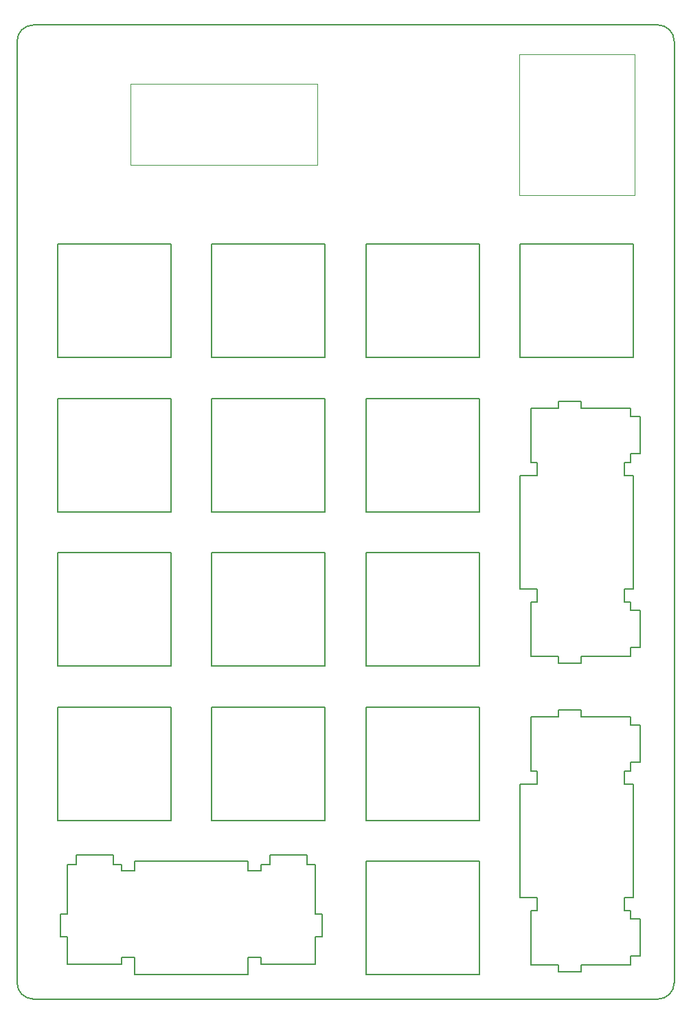
<source format=gbr>
%TF.GenerationSoftware,KiCad,Pcbnew,(5.1.10)-1*%
%TF.CreationDate,2021-11-24T22:45:44-06:00*%
%TF.ProjectId,PyKey18,50794b65-7931-4382-9e6b-696361645f70,1.0*%
%TF.SameCoordinates,Original*%
%TF.FileFunction,Profile,NP*%
%FSLAX46Y46*%
G04 Gerber Fmt 4.6, Leading zero omitted, Abs format (unit mm)*
G04 Created by KiCad (PCBNEW (5.1.10)-1) date 2021-11-24 22:45:44*
%MOMM*%
%LPD*%
G01*
G04 APERTURE LIST*
%TA.AperFunction,Profile*%
%ADD10C,0.050000*%
%TD*%
%TA.AperFunction,Profile*%
%ADD11C,0.150000*%
%TD*%
G04 APERTURE END LIST*
D10*
X64000000Y-57230000D02*
X64000000Y-67230000D01*
X64000000Y-67230000D02*
X87000000Y-67230000D01*
X87000000Y-57230000D02*
X87000000Y-67230000D01*
X64000000Y-57230000D02*
X87000000Y-57230000D01*
D11*
X87985000Y-77015000D02*
X87985000Y-90985000D01*
X113310400Y-159110600D02*
X113310400Y-165765400D01*
X114123200Y-159110600D02*
X113310400Y-159110600D01*
X114123200Y-157485000D02*
X114123200Y-159110600D01*
X112015000Y-157485000D02*
X114123200Y-157485000D01*
X112015000Y-143515000D02*
X112015000Y-157485000D01*
X114123200Y-143515000D02*
X112015000Y-143515000D01*
X114123200Y-141889400D02*
X114123200Y-143515000D01*
X113310400Y-141889400D02*
X114123200Y-141889400D01*
X113310400Y-135234600D02*
X113310400Y-141889400D01*
X116714000Y-135234600D02*
X113310400Y-135234600D01*
X116714000Y-134371000D02*
X116714000Y-135234600D01*
X119508000Y-134371000D02*
X116714000Y-134371000D01*
X119508000Y-135234600D02*
X119508000Y-134371000D01*
X125604000Y-135234600D02*
X119508000Y-135234600D01*
X125604000Y-136276000D02*
X125604000Y-135234600D01*
X126772400Y-136276000D02*
X125604000Y-136276000D01*
X126772400Y-140848000D02*
X126772400Y-136276000D01*
X125604000Y-140848000D02*
X126772400Y-140848000D01*
X125604000Y-141889400D02*
X125604000Y-140848000D01*
X124816600Y-141889400D02*
X125604000Y-141889400D01*
X124816600Y-143515000D02*
X124816600Y-141889400D01*
X125985000Y-143515000D02*
X124816600Y-143515000D01*
X125985000Y-157485000D02*
X125985000Y-143515000D01*
X124816600Y-157485000D02*
X125985000Y-157485000D01*
X124816600Y-159110600D02*
X124816600Y-157485000D01*
X125604000Y-159110600D02*
X124816600Y-159110600D01*
X125604000Y-160152000D02*
X125604000Y-159110600D01*
X126772400Y-160152000D02*
X125604000Y-160152000D01*
X126772400Y-164724000D02*
X126772400Y-160152000D01*
X125604000Y-164724000D02*
X126772400Y-164724000D01*
X125604000Y-165765400D02*
X125604000Y-164724000D01*
X119508000Y-165765400D02*
X125604000Y-165765400D01*
X119508000Y-166629000D02*
X119508000Y-165765400D01*
X116714000Y-166629000D02*
X119508000Y-166629000D01*
X116714000Y-165765400D02*
X116714000Y-166629000D01*
X113310400Y-165765400D02*
X116714000Y-165765400D01*
X113310400Y-103889400D02*
X113310400Y-97234600D01*
X114123200Y-103889400D02*
X113310400Y-103889400D01*
X114123200Y-105515000D02*
X114123200Y-103889400D01*
X112015000Y-105515000D02*
X114123200Y-105515000D01*
X112015000Y-119485000D02*
X112015000Y-105515000D01*
X114123200Y-119485000D02*
X112015000Y-119485000D01*
X114123200Y-121110600D02*
X114123200Y-119485000D01*
X113310400Y-121110600D02*
X114123200Y-121110600D01*
X113310400Y-127765400D02*
X113310400Y-121110600D01*
X116714000Y-127765400D02*
X113310400Y-127765400D01*
X116714000Y-128629000D02*
X116714000Y-127765400D01*
X119508000Y-128629000D02*
X116714000Y-128629000D01*
X119508000Y-127765400D02*
X119508000Y-128629000D01*
X125604000Y-127765400D02*
X119508000Y-127765400D01*
X125604000Y-126724000D02*
X125604000Y-127765400D01*
X126772400Y-126724000D02*
X125604000Y-126724000D01*
X126772400Y-122152000D02*
X126772400Y-126724000D01*
X125604000Y-122152000D02*
X126772400Y-122152000D01*
X125604000Y-121110600D02*
X125604000Y-122152000D01*
X124816600Y-121110600D02*
X125604000Y-121110600D01*
X124816600Y-119485000D02*
X124816600Y-121110600D01*
X125985000Y-119485000D02*
X124816600Y-119485000D01*
X125985000Y-105515000D02*
X125985000Y-119485000D01*
X124816600Y-105515000D02*
X125985000Y-105515000D01*
X124816600Y-103889400D02*
X124816600Y-105515000D01*
X125604000Y-103889400D02*
X124816600Y-103889400D01*
X125604000Y-102848000D02*
X125604000Y-103889400D01*
X126772400Y-102848000D02*
X125604000Y-102848000D01*
X126772400Y-98276000D02*
X126772400Y-102848000D01*
X125604000Y-98276000D02*
X126772400Y-98276000D01*
X125604000Y-97234600D02*
X125604000Y-98276000D01*
X119508000Y-97234600D02*
X125604000Y-97234600D01*
X119508000Y-96371000D02*
X119508000Y-97234600D01*
X116714000Y-96371000D02*
X119508000Y-96371000D01*
X116714000Y-97234600D02*
X116714000Y-96371000D01*
X113310400Y-97234600D02*
X116714000Y-97234600D01*
X93015000Y-115015000D02*
X93015000Y-128985000D01*
X106985000Y-115015000D02*
X93015000Y-115015000D01*
X106985000Y-128985000D02*
X106985000Y-115015000D01*
X93015000Y-128985000D02*
X106985000Y-128985000D01*
X106985000Y-96015000D02*
X93015000Y-96015000D01*
X106985000Y-109985000D02*
X106985000Y-96015000D01*
X93015000Y-109985000D02*
X106985000Y-109985000D01*
X93015000Y-96015000D02*
X93015000Y-109985000D01*
X112015000Y-90985000D02*
X112015000Y-77015000D01*
X125985000Y-90985000D02*
X112015000Y-90985000D01*
X125985000Y-77015000D02*
X125985000Y-90985000D01*
X112015000Y-77015000D02*
X125985000Y-77015000D01*
X93015000Y-90985000D02*
X93015000Y-77015000D01*
X106985000Y-90985000D02*
X93015000Y-90985000D01*
X106985000Y-77015000D02*
X106985000Y-90985000D01*
X93015000Y-77015000D02*
X106985000Y-77015000D01*
X74015000Y-90985000D02*
X74015000Y-77015000D01*
X87985000Y-90985000D02*
X74015000Y-90985000D01*
X74015000Y-77015000D02*
X87985000Y-77015000D01*
X74015000Y-96015000D02*
X74015000Y-109985000D01*
X87985000Y-96015000D02*
X74015000Y-96015000D01*
X87985000Y-109985000D02*
X87985000Y-96015000D01*
X74015000Y-109985000D02*
X87985000Y-109985000D01*
X74015000Y-128985000D02*
X74015000Y-115015000D01*
X87985000Y-128985000D02*
X74015000Y-128985000D01*
X87985000Y-115015000D02*
X87985000Y-128985000D01*
X74015000Y-115015000D02*
X87985000Y-115015000D01*
X106985000Y-134015000D02*
X93015000Y-134015000D01*
X106985000Y-147985000D02*
X106985000Y-134015000D01*
X93015000Y-147985000D02*
X106985000Y-147985000D01*
X93015000Y-134015000D02*
X93015000Y-147985000D01*
X87985000Y-134015000D02*
X74015000Y-134015000D01*
X87985000Y-147985000D02*
X87985000Y-134015000D01*
X74015000Y-147985000D02*
X87985000Y-147985000D01*
X74015000Y-134015000D02*
X74015000Y-147985000D01*
X93015000Y-167005000D02*
X93015000Y-153015000D01*
X106985000Y-167005000D02*
X93015000Y-167005000D01*
X106985000Y-153015000D02*
X106985000Y-167005000D01*
X93015000Y-153015000D02*
X106985000Y-153015000D01*
X55015000Y-96015000D02*
X55015000Y-109985000D01*
X68985000Y-96015000D02*
X55015000Y-96015000D01*
X68985000Y-109985000D02*
X68985000Y-96015000D01*
X55015000Y-109985000D02*
X68985000Y-109985000D01*
X55015000Y-115015000D02*
X55015000Y-128985000D01*
X68985000Y-115015000D02*
X55015000Y-115015000D01*
X68985000Y-128985000D02*
X68985000Y-115015000D01*
X55015000Y-128985000D02*
X68985000Y-128985000D01*
X56234600Y-159492000D02*
X55371000Y-159492000D01*
X56234600Y-153396000D02*
X56234600Y-159492000D01*
X57276000Y-153396000D02*
X56234600Y-153396000D01*
X57276000Y-152227600D02*
X57276000Y-153396000D01*
X61848000Y-152227600D02*
X57276000Y-152227600D01*
X61848000Y-153396000D02*
X61848000Y-152227600D01*
X62889400Y-153396000D02*
X61848000Y-153396000D01*
X62889400Y-154183400D02*
X62889400Y-153396000D01*
X64515000Y-154183400D02*
X62889400Y-154183400D01*
X64515000Y-153015000D02*
X64515000Y-154183400D01*
X78485000Y-153015000D02*
X64515000Y-153015000D01*
X78485000Y-154183400D02*
X78485000Y-153015000D01*
X80110600Y-154183400D02*
X78485000Y-154183400D01*
X80110600Y-153396000D02*
X80110600Y-154183400D01*
X81152000Y-153396000D02*
X80110600Y-153396000D01*
X81152000Y-152227600D02*
X81152000Y-153396000D01*
X85724000Y-152227600D02*
X81152000Y-152227600D01*
X85724000Y-153396000D02*
X85724000Y-152227600D01*
X86765400Y-153396000D02*
X85724000Y-153396000D01*
X86765400Y-159492000D02*
X86765400Y-153396000D01*
X87629000Y-159492000D02*
X86765400Y-159492000D01*
X87629000Y-162286000D02*
X87629000Y-159492000D01*
X86765400Y-162286000D02*
X87629000Y-162286000D01*
X86765400Y-165689600D02*
X86765400Y-162286000D01*
X80110600Y-165689600D02*
X86765400Y-165689600D01*
X80110600Y-164876800D02*
X80110600Y-165689600D01*
X78485000Y-164876800D02*
X80110600Y-164876800D01*
X78485000Y-166985000D02*
X78485000Y-164876800D01*
X64515000Y-166985000D02*
X78485000Y-166985000D01*
X64515000Y-164876800D02*
X64515000Y-166985000D01*
X62889400Y-164876800D02*
X64515000Y-164876800D01*
X62889400Y-165689600D02*
X62889400Y-164876800D01*
X56234600Y-165689600D02*
X62889400Y-165689600D01*
X56234600Y-162286000D02*
X56234600Y-165689600D01*
X55371000Y-162286000D02*
X56234600Y-162286000D01*
X55371000Y-159492000D02*
X55371000Y-162286000D01*
X55015000Y-134015000D02*
X55015000Y-147985000D01*
X68985000Y-134015000D02*
X55015000Y-134015000D01*
X68985000Y-147985000D02*
X68985000Y-134015000D01*
X55015000Y-147985000D02*
X68985000Y-147985000D01*
D10*
X111887000Y-53594000D02*
X111887000Y-70993000D01*
X126111000Y-53594000D02*
X111887000Y-53594000D01*
X126111000Y-70993000D02*
X126111000Y-53594000D01*
X111887000Y-70993000D02*
X126111000Y-70993000D01*
D11*
X55015000Y-77015000D02*
X55015000Y-90985000D01*
X68985000Y-77015000D02*
X55015000Y-77015000D01*
X68985000Y-90985000D02*
X68985000Y-77015000D01*
X55015000Y-90985000D02*
X68985000Y-90985000D01*
X129000000Y-50000000D02*
G75*
G02*
X131000000Y-52000000I0J-2000000D01*
G01*
X131000000Y-168000000D02*
G75*
G02*
X129000000Y-170000000I-2000000J0D01*
G01*
X52000000Y-170000000D02*
G75*
G02*
X50000000Y-168000000I0J2000000D01*
G01*
X50000000Y-52000000D02*
G75*
G02*
X52000000Y-50000000I2000000J0D01*
G01*
X129000000Y-50000000D02*
X52000000Y-50000000D01*
X131000000Y-168000000D02*
X131000000Y-52000000D01*
X52000000Y-170000000D02*
X129000000Y-170000000D01*
X50000000Y-52000000D02*
X50000000Y-168000000D01*
M02*

</source>
